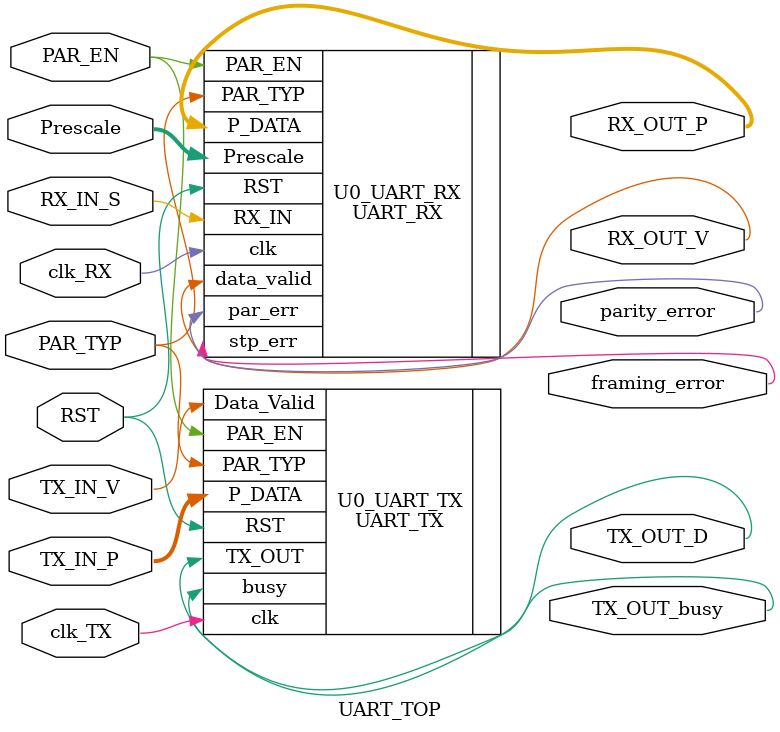
<source format=v>
module UART_TOP #(parameter DATA_WIDTH=8)(
 input 	wire          			RX_IN_S,
 input 	wire  [5:0]   			Prescale,
 input 	wire          			PAR_TYP,
 input 	wire          			PAR_EN,
 input 	wire          			clk_RX,
 input 	wire          			RST,
 output wire         			RX_OUT_V,
 output wire  [DATA_WIDTH-1:0]  RX_OUT_P,
 output wire         			framing_error,
 output wire          			parity_error,
 input  wire                	TX_IN_V,  
 input  wire                	clk_TX,
 input  wire [DATA_WIDTH-1 :0]  TX_IN_P,
 output wire                	TX_OUT_busy,
 output wire                	TX_OUT_D );


UART_TX #(.IN_data(DATA_WIDTH)) U0_UART_TX ( 
.Data_Valid(TX_IN_V),  
.PAR_EN(PAR_EN),
.clk(clk_TX),
.RST(RST),
.P_DATA(TX_IN_P),
.PAR_TYP(PAR_TYP),
.busy(TX_OUT_busy),
.TX_OUT(TX_OUT_D) 
  );
  
  
UART_RX U0_UART_RX(
.RX_IN(RX_IN_S),
.Prescale(Prescale),
.PAR_TYP(PAR_TYP),
.PAR_EN(PAR_EN),
.clk(clk_RX),
.RST(RST),
.data_valid(RX_OUT_V),
.P_DATA(RX_OUT_P),
.stp_err(framing_error),
.par_err(parity_error)
);

endmodule
</source>
